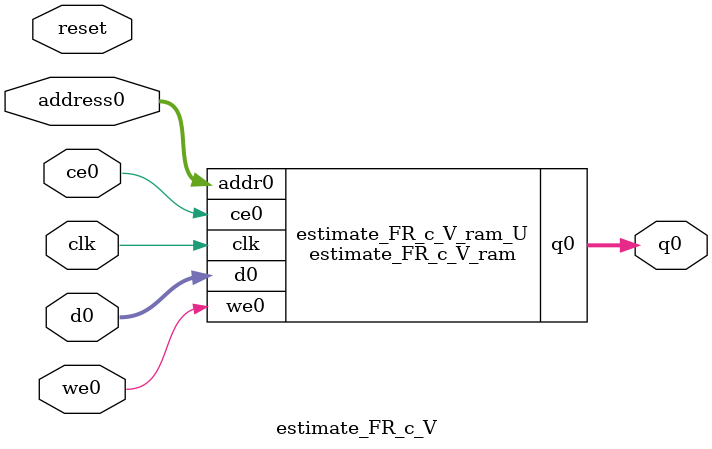
<source format=v>
`timescale 1 ns / 1 ps
module estimate_FR_c_V_ram (addr0, ce0, d0, we0, q0,  clk);

parameter DWIDTH = 8;
parameter AWIDTH = 7;
parameter MEM_SIZE = 95;

input[AWIDTH-1:0] addr0;
input ce0;
input[DWIDTH-1:0] d0;
input we0;
output reg[DWIDTH-1:0] q0;
input clk;

(* ram_style = "distributed" *)reg [DWIDTH-1:0] ram[0:MEM_SIZE-1];




always @(posedge clk)  
begin 
    if (ce0) 
    begin
        if (we0) 
        begin 
            ram[addr0] <= d0; 
        end 
        q0 <= ram[addr0];
    end
end


endmodule

`timescale 1 ns / 1 ps
module estimate_FR_c_V(
    reset,
    clk,
    address0,
    ce0,
    we0,
    d0,
    q0);

parameter DataWidth = 32'd8;
parameter AddressRange = 32'd95;
parameter AddressWidth = 32'd7;
input reset;
input clk;
input[AddressWidth - 1:0] address0;
input ce0;
input we0;
input[DataWidth - 1:0] d0;
output[DataWidth - 1:0] q0;



estimate_FR_c_V_ram estimate_FR_c_V_ram_U(
    .clk( clk ),
    .addr0( address0 ),
    .ce0( ce0 ),
    .we0( we0 ),
    .d0( d0 ),
    .q0( q0 ));

endmodule


</source>
